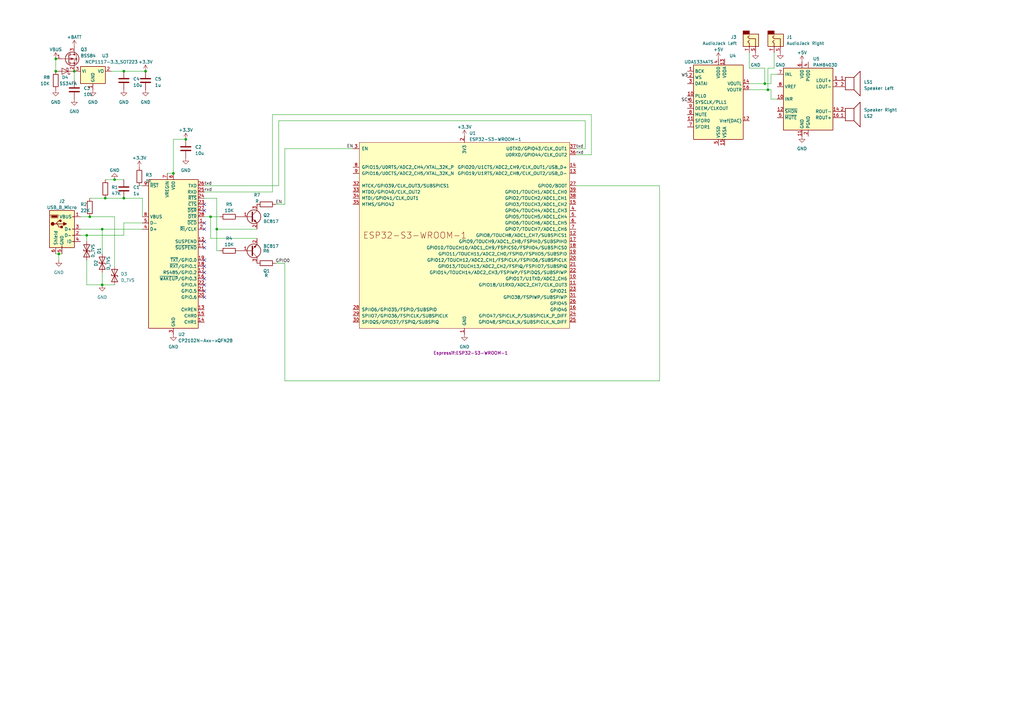
<source format=kicad_sch>
(kicad_sch (version 20230121) (generator eeschema)
  (paper "A3")
  (lib_symbols
    (symbol "Amplifier_Audio:PAM8403D"
      (property "Reference" "U" (at 1.27 16.51 0))
      (property "Value" "PAM8403D" (at 6.096 14.224 0))
      (symbol "PAM8403D_0_1"
        (rectangle (start -10.16 12.7) (end 10.16 -12.7) (stroke (width 0.254)) (fill (type background)))
      )
      (symbol "PAM8403D_1_1"
        (pin output line (at 12.7 7.62 180) (length 2.54) (name "LOUT+") (number "1"))
        (pin input line (at -12.7 0 0) (length 2.54) (name "INR") (number "10"))
        (pin power_in line (at -2.54 -15.24 90) (length 2.54) (name "GND") (number "11"))
        (pin input line (at -12.7 -5.08 0) (length 2.54) (name "~{SHDN}") (number "12"))
        (pin passive line (at 0 15.24 270) (length 2.54) hide (name "PVDD") (number "13"))
        (pin output line (at 12.7 -5.08 180) (length 2.54) (name "ROUT-") (number "14"))
        (pin passive line (at 0 -15.24 90) (length 2.54) hide (name "PGND") (number "15"))
        (pin output line (at 12.7 -7.62 180) (length 2.54) (name "ROUT+") (number "16"))
        (pin power_in line (at 0 -15.24 90) (length 2.54) (name "PGND") (number "2"))
        (pin output line (at 12.7 5.08 180) (length 2.54) (name "LOUT-") (number "3"))
        (pin power_in line (at 0 15.24 270) (length 2.54) (name "PVDD") (number "4"))
        (pin input line (at -12.7 -7.62 0) (length 2.54) (name "~{MUTE}") (number "5"))
        (pin power_in line (at -2.54 15.24 270) (length 2.54) (name "VDD") (number "6"))
        (pin input line (at -12.7 10.16 0) (length 2.54) (name "INL") (number "7"))
        (pin input line (at -12.7 5.08 0) (length 2.54) (name "VREF") (number "8"))
        (pin no_connect line (at 10.16 -10.16 180) (length 2.54) hide (name "NC") (number "9"))
      )
    )
    (symbol "Audio:UDA1334ATS"
      (property "Reference" "U" (at -10.16 16.51 0))
      (property "Value" "UDA1334ATS" (at 3.81 16.51 0))
      (symbol "UDA1334ATS_0_1"
        (rectangle (start -10.16 15.24) (end 10.16 -15.24) (stroke (width 0.254)) (fill (type background)))
      )
      (symbol "UDA1334ATS_1_1"
        (pin input line (at -12.7 12.7 0) (length 2.54) (name "BCK") (number "1"))
        (pin input line (at -12.7 2.54 0) (length 2.54) (name "PLL0") (number "10"))
        (pin input line (at -12.7 -7.62 0) (length 2.54) (name "SFOR0") (number "11"))
        (pin passive line (at 12.7 -7.62 180) (length 2.54) (name "Vref(DAC)") (number "12"))
        (pin power_in line (at 2.54 17.78 270) (length 2.54) (name "VDDA") (number "13"))
        (pin output line (at 12.7 7.62 180) (length 2.54) (name "VOUTL") (number "14"))
        (pin power_in line (at 2.54 -17.78 90) (length 2.54) (name "VSSA") (number "15"))
        (pin output line (at 12.7 5.08 180) (length 2.54) (name "VOUTR") (number "16"))
        (pin input line (at -12.7 10.16 0) (length 2.54) (name "WS") (number "2"))
        (pin input line (at -12.7 7.62 0) (length 2.54) (name "DATAI") (number "3"))
        (pin power_in line (at 0 17.78 270) (length 2.54) (name "VDDD") (number "4"))
        (pin power_in line (at 0 -17.78 90) (length 2.54) (name "VSSD") (number "5"))
        (pin input line (at -12.7 0 0) (length 2.54) (name "SYSCLK/PLL1") (number "6"))
        (pin input line (at -12.7 -10.16 0) (length 2.54) (name "SFOR1") (number "7"))
        (pin input line (at -12.7 -5.08 0) (length 2.54) (name "MUTE") (number "8"))
        (pin bidirectional line (at -12.7 -2.54 0) (length 2.54) (name "DEEM/CLKOUT") (number "9"))
      )
    )
    (symbol "Connector:USB_B_Micro" (pin_names (offset 1.016))
      (property "Reference" "J" (at -5.08 11.43 0))
      (property "Value" "USB_B_Micro" (at -5.08 8.89 0))
      (symbol "USB_B_Micro_0_1"
        (rectangle (start -5.08 -7.62) (end 5.08 7.62) (stroke (width 0.254)) (fill (type background)))
        (circle (center -3.81 2.159) (radius 0.635) (stroke (width 0.254)) (fill (type outline)))
        (circle (center -0.635 3.429) (radius 0.381) (stroke (width 0.254)) (fill (type outline)))
        (rectangle (start -0.127 -7.62) (end 0.127 -6.858))
        (polyline (pts (xy -1.905 2.159) (xy 0.635 2.159)) (stroke (width 0.254)))
        (polyline (pts (xy -3.175 2.159) (xy -2.54 2.159) (xy -1.27 3.429) (xy -0.635 3.429)) (stroke (width 0.254)))
        (polyline (pts (xy -2.54 2.159) (xy -1.905 2.159) (xy -1.27 0.889) (xy 0 0.889)) (stroke (width 0.254)))
        (polyline (pts (xy 0.635 2.794) (xy 0.635 1.524) (xy 1.905 2.159) (xy 0.635 2.794)) (stroke (width 0.254)) (fill (type outline)))
        (polyline (pts (xy -4.318 5.588) (xy -1.778 5.588) (xy -2.032 4.826) (xy -4.064 4.826) (xy -4.318 5.588)) (fill (type outline)))
        (polyline (pts (xy -4.699 5.842) (xy -4.699 5.588) (xy -4.445 4.826) (xy -4.445 4.572) (xy -1.651 4.572) (xy -1.651 4.826) (xy -1.397 5.588) (xy -1.397 5.842) (xy -4.699 5.842)))
        (rectangle (start 0.254 1.27) (end -0.508 0.508) (stroke (width 0.254)) (fill (type outline)))
        (rectangle (start 5.08 -5.207) (end 4.318 -4.953))
        (rectangle (start 5.08 -2.667) (end 4.318 -2.413))
        (rectangle (start 5.08 -0.127) (end 4.318 0.127))
        (rectangle (start 5.08 4.953) (end 4.318 5.207))
      )
      (symbol "USB_B_Micro_1_1"
        (pin power_out line (at 7.62 5.08 180) (length 2.54) (name "VBUS") (number "1"))
        (pin bidirectional line (at 7.62 -2.54 180) (length 2.54) (name "D-") (number "2"))
        (pin bidirectional line (at 7.62 0 180) (length 2.54) (name "D+") (number "3"))
        (pin passive line (at 7.62 -5.08 180) (length 2.54) (name "ID") (number "4"))
        (pin power_out line (at 0 -10.16 90) (length 2.54) (name "GND") (number "5"))
        (pin passive line (at -2.54 -10.16 90) (length 2.54) (name "Shield") (number "6"))
      )
    )
    (symbol "Connector_Audio:AudioJack2"
      (property "Reference" "J" (at 0 8.89 0))
      (property "Value" "AudioJack2" (at 0 6.35 0))
      (symbol "AudioJack2_0_1"
        (rectangle (start -3.81 0) (end -2.54 -2.54) (stroke (width 0.254)) (fill (type outline)))
        (rectangle (start -2.54 3.81) (end 2.54 -2.54) (stroke (width 0.254)) (fill (type background)))
        (polyline (pts (xy 0 0) (xy 0.635 -0.635) (xy 1.27 0) (xy 2.54 0)) (stroke (width 0.254)))
        (polyline (pts (xy 2.54 2.54) (xy -0.635 2.54) (xy -0.635 0) (xy -1.27 -0.635) (xy -1.905 0)) (stroke (width 0.254)))
      )
      (symbol "AudioJack2_1_1"
        (pin passive line (at 5.08 2.54 180) (length 2.54) (name "~") (number "S"))
        (pin passive line (at 5.08 0 180) (length 2.54) (name "~") (number "T"))
      )
    )
    (symbol "Device:C" (pin_numbers hide) (pin_names (offset 0.254))
      (property "Reference" "C" (at 0.635 2.54 0))
      (property "Value" "C" (at 0.635 -2.54 0))
      (symbol "C_0_1"
        (polyline (pts (xy -2.032 -0.762) (xy 2.032 -0.762)) (stroke (width 0.508)))
        (polyline (pts (xy -2.032 0.762) (xy 2.032 0.762)) (stroke (width 0.508)))
      )
      (symbol "C_1_1"
        (pin passive line (at 0 3.81 270) (length 2.794) (name "~") (number "1"))
        (pin passive line (at 0 -3.81 90) (length 2.794) (name "~") (number "2"))
      )
    )
    (symbol "Device:D_TVS" (pin_numbers hide) (pin_names (offset 1.016) hide)
      (property "Reference" "D" (at 0 2.54 0))
      (property "Value" "D_TVS" (at 0 -2.54 0))
      (symbol "D_TVS_0_1"
        (polyline (pts (xy 1.27 0) (xy -1.27 0)))
        (polyline (pts (xy 0.508 1.27) (xy 0 1.27) (xy 0 -1.27) (xy -0.508 -1.27)) (stroke (width 0.254)))
        (polyline (pts (xy -2.54 1.27) (xy -2.54 -1.27) (xy 2.54 1.27) (xy 2.54 -1.27) (xy -2.54 1.27)) (stroke (width 0.254)))
      )
      (symbol "D_TVS_1_1"
        (pin passive line (at -3.81 0 0) (length 2.54) (name "A1") (number "1"))
        (pin passive line (at 3.81 0 180) (length 2.54) (name "A2") (number "2"))
      )
    )
    (symbol "Device:R" (pin_numbers hide) (pin_names (offset 0))
      (property "Reference" "R" (at 2.032 0 90))
      (property "Value" "R" (at 0 0 90))
      (symbol "R_0_1"
        (rectangle (start -1.016 -2.54) (end 1.016 2.54) (stroke (width 0.254)))
      )
      (symbol "R_1_1"
        (pin passive line (at 0 3.81 270) (length 1.27) (name "~") (number "1"))
        (pin passive line (at 0 -3.81 90) (length 1.27) (name "~") (number "2"))
      )
    )
    (symbol "Device:Speaker" (pin_names (offset 0) hide)
      (property "Reference" "LS" (at 1.27 5.715 0))
      (property "Value" "Speaker" (at 1.27 3.81 0))
      (symbol "Speaker_0_0"
        (rectangle (start -2.54 1.27) (end 1.016 -3.81) (stroke (width 0.254)))
        (polyline (pts (xy 1.016 1.27) (xy 3.556 3.81) (xy 3.556 -6.35) (xy 1.016 -3.81)) (stroke (width 0.254)))
      )
      (symbol "Speaker_1_1"
        (pin input line (at -5.08 0 0) (length 2.54) (name "1") (number "1"))
        (pin input line (at -5.08 -2.54 0) (length 2.54) (name "2") (number "2"))
      )
    )
    (symbol "Diode:MBR1020VL" (pin_numbers hide) (pin_names hide)
      (property "Reference" "D" (at 0 2.54 0))
      (property "Value" "MBR1020VL" (at 0 -2.54 0))
      (symbol "MBR1020VL_0_1"
        (polyline (pts (xy 1.27 0) (xy -1.27 0)))
        (polyline (pts (xy 1.27 1.27) (xy 1.27 -1.27) (xy -1.27 0) (xy 1.27 1.27)) (stroke (width 0.2032)))
        (polyline (pts (xy -1.905 0.635) (xy -1.905 1.27) (xy -1.27 1.27) (xy -1.27 -1.27) (xy -0.635 -1.27) (xy -0.635 -0.635)) (stroke (width 0.2032)))
      )
      (symbol "MBR1020VL_1_1"
        (pin passive line (at -3.81 0 0) (length 2.54) (name "K") (number "1"))
        (pin passive line (at 3.81 0 180) (length 2.54) (name "A") (number "2"))
      )
    )
    (symbol "Espressif:ESP32-S3-WROOM-1" (pin_names (offset 1.016))
      (property "Reference" "U" (at -43.18 43.18 0))
      (property "Value" "ESP32-S3-WROOM-1" (at -43.18 40.64 0))
      (symbol "ESP32-S3-WROOM-1_0_0"
        (text "ESP32-S3-WROOM-1" (at -20.32 0 0) (effects (font (size 2.54 2.54))))
        (pin power_in line (at 0 -40.64 90) (length 2.54) (name "GND") (number "1"))
        (pin bidirectional line (at 45.72 -17.78 180) (length 2.54) (name "GPIO17/U1TXD/ADC2_CH6") (number "10"))
        (pin bidirectional line (at 45.72 -20.32 180) (length 2.54) (name "GPIO18/U1RXD/ADC2_CH7/CLK_OUT3") (number "11"))
        (pin bidirectional line (at 45.72 0 180) (length 2.54) (name "GPIO8/TOUCH8/ADC1_CH7/SUBSPICS1") (number "12"))
        (pin bidirectional line (at 45.72 25.4 180) (length 2.54) (name "GPIO19/U1RTS/ADC2_CH8/CLK_OUT2/USB_D-") (number "13"))
        (pin bidirectional line (at 45.72 27.94 180) (length 2.54) (name "GPIO20/U1CTS/ADC2_CH9/CLK_OUT1/USB_D+") (number "14"))
        (pin bidirectional line (at 45.72 12.7 180) (length 2.54) (name "GPIO3/TOUCH3/ADC1_CH2") (number "15"))
        (pin bidirectional line (at 45.72 -30.48 180) (length 2.54) (name "GPIO46") (number "16"))
        (pin bidirectional line (at 45.72 -2.54 180) (length 2.54) (name "GPIO9/TOUCH9/ADC1_CH8/FSPIHD/SUBSPIHD") (number "17"))
        (pin bidirectional line (at 45.72 -5.08 180) (length 2.54) (name "GPIO10/TOUCH10/ADC1_CH9/FSPICS0/FSPIIO4/SUBSPICS0") (number "18"))
        (pin bidirectional line (at 45.72 -7.62 180) (length 2.54) (name "GPIO11/TOUCH11/ADC2_CH0/FSPID/FSPIIO5/SUBSPID") (number "19"))
        (pin power_in line (at 0 40.64 270) (length 2.54) (name "3V3") (number "2"))
        (pin bidirectional line (at 45.72 -10.16 180) (length 2.54) (name "GPIO12/TOUCH12/ADC2_CH1/FSPICLK/FSPIIO6/SUBSPICLK") (number "20"))
        (pin bidirectional line (at 45.72 -12.7 180) (length 2.54) (name "GPIO13/TOUCH13/ADC2_CH2/FSPIQ/FSPIIO7/SUBSPIQ") (number "21"))
        (pin bidirectional line (at 45.72 -15.24 180) (length 2.54) (name "GPIO14/TOUCH14/ADC2_CH3/FSPIWP/FSPIDQS/SUBSPIWP") (number "22"))
        (pin bidirectional line (at 45.72 -22.86 180) (length 2.54) (name "GPIO21") (number "23"))
        (pin bidirectional line (at 45.72 -33.02 180) (length 2.54) (name "GPIO47/SPICLK_P/SUBSPICLK_P_DIFF") (number "24"))
        (pin bidirectional line (at 45.72 -35.56 180) (length 2.54) (name "GPIO48/SPICLK_N/SUBSPICLK_N_DIFF") (number "25"))
        (pin bidirectional line (at 45.72 -27.94 180) (length 2.54) (name "GPIO45") (number "26"))
        (pin bidirectional line (at 45.72 20.32 180) (length 2.54) (name "GPIO0/BOOT") (number "27"))
        (pin bidirectional line (at -45.72 -30.48 0) (length 2.54) (name "SPIIO6/GPIO35/FSPID/SUBSPID") (number "28"))
        (pin bidirectional line (at -45.72 -33.02 0) (length 2.54) (name "SPIIO7/GPIO36/FSPICLK/SUBSPICLK") (number "29"))
        (pin input line (at -45.72 35.56 0) (length 2.54) (name "EN") (number "3"))
        (pin bidirectional line (at -45.72 -35.56 0) (length 2.54) (name "SPIDQS/GPIO37/FSPIQ/SUBSPIQ") (number "30"))
        (pin bidirectional line (at 45.72 -25.4 180) (length 2.54) (name "GPIO38/FSPIWP/SUBSPIWP") (number "31"))
        (pin bidirectional line (at -45.72 20.32 0) (length 2.54) (name "MTCK/GPIO39/CLK_OUT3/SUBSPICS1") (number "32"))
        (pin bidirectional line (at -45.72 17.78 0) (length 2.54) (name "MTDO/GPIO40/CLK_OUT2") (number "33"))
        (pin bidirectional line (at -45.72 15.24 0) (length 2.54) (name "MTDI/GPIO41/CLK_OUT1") (number "34"))
        (pin bidirectional line (at -45.72 12.7 0) (length 2.54) (name "MTMS/GPIO42") (number "35"))
        (pin bidirectional line (at 45.72 33.02 180) (length 2.54) (name "U0RXD/GPIO44/CLK_OUT2") (number "36"))
        (pin bidirectional line (at 45.72 35.56 180) (length 2.54) (name "U0TXD/GPIO43/CLK_OUT1") (number "37"))
        (pin bidirectional line (at 45.72 15.24 180) (length 2.54) (name "GPIO2/TOUCH2/ADC1_CH1") (number "38"))
        (pin bidirectional line (at 45.72 17.78 180) (length 2.54) (name "GPIO1/TOUCH1/ADC1_CH0") (number "39"))
        (pin bidirectional line (at 45.72 10.16 180) (length 2.54) (name "GPIO4/TOUCH4/ADC1_CH3") (number "4"))
        (pin passive line (at 0 -40.64 90) (length 2.54) hide (name "GND") (number "40"))
        (pin passive line (at 0 -40.64 90) (length 2.54) hide (name "GND") (number "41"))
        (pin bidirectional line (at 45.72 7.62 180) (length 2.54) (name "GPIO5/TOUCH5/ADC1_CH4") (number "5"))
        (pin bidirectional line (at 45.72 5.08 180) (length 2.54) (name "GPIO6/TOUCH6/ADC1_CH5") (number "6"))
        (pin bidirectional line (at 45.72 2.54 180) (length 2.54) (name "GPIO7/TOUCH7/ADC1_CH6") (number "7"))
        (pin bidirectional line (at -45.72 27.94 0) (length 2.54) (name "GPIO15/U0RTS/ADC2_CH4/XTAL_32K_P") (number "8"))
        (pin bidirectional line (at -45.72 25.4 0) (length 2.54) (name "GPIO16/U0CTS/ADC2_CH5/XTAL_32K_N") (number "9"))
      )
      (symbol "ESP32-S3-WROOM-1_0_1"
        (rectangle (start -43.18 38.1) (end 43.18 -38.1) (fill (type background)))
      )
    )
    (symbol "Interface_USB:CP2102N-Axx-xQFN28"
      (property "Reference" "U" (at -8.89 31.75 0))
      (property "Value" "CP2102N-Axx-xQFN28" (at 12.7 31.75 0))
      (symbol "CP2102N-Axx-xQFN28_0_1"
        (rectangle (start -10.16 30.48) (end 10.16 -30.48) (stroke (width 0.254)) (fill (type background)))
      )
      (symbol "CP2102N-Axx-xQFN28_1_1"
        (pin input line (at 12.7 12.7 180) (length 2.54) (name "~{DCD}") (number "1"))
        (pin no_connect line (at -10.16 -27.94 0) (length 2.54) hide (name "NC") (number "10"))
        (pin output line (at 12.7 2.54 180) (length 2.54) (name "~{SUSPEND}") (number "11"))
        (pin output line (at 12.7 5.08 180) (length 2.54) (name "SUSPEND") (number "12"))
        (pin output line (at 12.7 -22.86 180) (length 2.54) (name "CHREN") (number "13"))
        (pin output line (at 12.7 -27.94 180) (length 2.54) (name "CHR1") (number "14"))
        (pin output line (at 12.7 -25.4 180) (length 2.54) (name "CHR0") (number "15"))
        (pin bidirectional line (at 12.7 -10.16 180) (length 2.54) (name "~{WAKEUP}/GPIO.3") (number "16"))
        (pin bidirectional line (at 12.7 -7.62 180) (length 2.54) (name "RS485/GPIO.2") (number "17"))
        (pin bidirectional line (at 12.7 -5.08 180) (length 2.54) (name "~{RXT}/GPIO.1") (number "18"))
        (pin bidirectional line (at 12.7 -2.54 180) (length 2.54) (name "~{TXT}/GPIO.0") (number "19"))
        (pin bidirectional line (at 12.7 10.16 180) (length 2.54) (name "~{RI}/CLK") (number "2"))
        (pin bidirectional line (at 12.7 -17.78 180) (length 2.54) (name "GPIO.6") (number "20"))
        (pin bidirectional line (at 12.7 -15.24 180) (length 2.54) (name "GPIO.5") (number "21"))
        (pin bidirectional line (at 12.7 -12.7 180) (length 2.54) (name "GPIO.4") (number "22"))
        (pin input line (at 12.7 20.32 180) (length 2.54) (name "~{CTS}") (number "23"))
        (pin output line (at 12.7 22.86 180) (length 2.54) (name "~{RTS}") (number "24"))
        (pin input line (at 12.7 25.4 180) (length 2.54) (name "RXD") (number "25"))
        (pin output line (at 12.7 27.94 180) (length 2.54) (name "TXD") (number "26"))
        (pin input line (at 12.7 17.78 180) (length 2.54) (name "~{DSR}") (number "27"))
        (pin output line (at 12.7 15.24 180) (length 2.54) (name "~{DTR}") (number "28"))
        (pin passive line (at 0 -33.02 90) (length 2.54) hide (name "GND") (number "29"))
        (pin power_in line (at 0 -33.02 90) (length 2.54) (name "GND") (number "3"))
        (pin bidirectional line (at -12.7 10.16 0) (length 2.54) (name "D+") (number "4"))
        (pin bidirectional line (at -12.7 12.7 0) (length 2.54) (name "D-") (number "5"))
        (pin power_in line (at 0 33.02 270) (length 2.54) (name "VDD") (number "6"))
        (pin power_in line (at -2.54 33.02 270) (length 2.54) (name "VREGIN") (number "7"))
        (pin input line (at -12.7 15.24 0) (length 2.54) (name "VBUS") (number "8"))
        (pin input line (at -12.7 27.94 0) (length 2.54) (name "~{RST}") (number "9"))
      )
    )
    (symbol "Regulator_Linear:NCP1117-3.3_SOT223"
      (property "Reference" "U" (at -3.81 3.175 0))
      (property "Value" "NCP1117-3.3_SOT223" (at 0 3.175 0))
      (symbol "NCP1117-3.3_SOT223_0_1"
        (rectangle (start -5.08 -5.08) (end 5.08 1.905) (stroke (width 0.254)) (fill (type background)))
      )
      (symbol "NCP1117-3.3_SOT223_1_1"
        (pin power_in line (at 0 -7.62 90) (length 2.54) (name "GND") (number "1"))
        (pin power_out line (at 7.62 0 180) (length 2.54) (name "VO") (number "2"))
        (pin power_in line (at -7.62 0 0) (length 2.54) (name "VI") (number "3"))
      )
    )
    (symbol "Transistor_BJT:BC817" (pin_names (offset 0) hide)
      (property "Reference" "Q" (at 5.08 1.905 0))
      (property "Value" "BC817" (at 5.08 0 0))
      (symbol "BC817_0_1"
        (polyline (pts (xy 0.635 0.635) (xy 2.54 2.54)))
        (polyline (pts (xy 0.635 -0.635) (xy 2.54 -2.54) (xy 2.54 -2.54)))
        (polyline (pts (xy 0.635 1.905) (xy 0.635 -1.905) (xy 0.635 -1.905)) (stroke (width 0.508)))
        (polyline (pts (xy 1.27 -1.778) (xy 1.778 -1.27) (xy 2.286 -2.286) (xy 1.27 -1.778) (xy 1.27 -1.778)) (fill (type outline)))
        (circle (center 1.27 0) (radius 2.8194) (stroke (width 0.254)))
      )
      (symbol "BC817_1_1"
        (pin input line (at -5.08 0 0) (length 5.715) (name "B") (number "1"))
        (pin passive line (at 2.54 -5.08 90) (length 2.54) (name "E") (number "2"))
        (pin passive line (at 2.54 5.08 270) (length 2.54) (name "C") (number "3"))
      )
    )
    (symbol "Transistor_FET:BSS84" (pin_names hide)
      (property "Reference" "Q" (at 5.08 1.905 0))
      (property "Value" "BSS84" (at 5.08 0 0))
      (symbol "BSS84_0_1"
        (polyline (pts (xy 0.254 0) (xy -2.54 0)))
        (polyline (pts (xy 0.254 1.905) (xy 0.254 -1.905)) (stroke (width 0.254)))
        (polyline (pts (xy 0.762 -1.27) (xy 0.762 -2.286)) (stroke (width 0.254)))
        (polyline (pts (xy 0.762 0.508) (xy 0.762 -0.508)) (stroke (width 0.254)))
        (polyline (pts (xy 0.762 2.286) (xy 0.762 1.27)) (stroke (width 0.254)))
        (polyline (pts (xy 2.54 2.54) (xy 2.54 1.778)))
        (polyline (pts (xy 2.54 -2.54) (xy 2.54 0) (xy 0.762 0)))
        (polyline (pts (xy 0.762 1.778) (xy 3.302 1.778) (xy 3.302 -1.778) (xy 0.762 -1.778)))
        (polyline (pts (xy 2.286 0) (xy 1.27 0.381) (xy 1.27 -0.381) (xy 2.286 0)) (fill (type outline)))
        (polyline (pts (xy 2.794 -0.508) (xy 2.921 -0.381) (xy 3.683 -0.381) (xy 3.81 -0.254)))
        (polyline (pts (xy 3.302 -0.381) (xy 2.921 0.254) (xy 3.683 0.254) (xy 3.302 -0.381)))
        (circle (center 1.651 0) (radius 2.794) (stroke (width 0.254)))
        (circle (center 2.54 -1.778) (radius 0.254) (fill (type outline)))
        (circle (center 2.54 1.778) (radius 0.254) (fill (type outline)))
      )
      (symbol "BSS84_1_1"
        (pin input line (at -5.08 0 0) (length 2.54) (name "G") (number "1"))
        (pin passive line (at 2.54 -5.08 90) (length 2.54) (name "S") (number "2"))
        (pin passive line (at 2.54 5.08 270) (length 2.54) (name "D") (number "3"))
      )
    )
    (symbol "power:+3.3V" (power) (pin_names (offset 0))
      (property "Value" "+3.3V" (at 0 3.556 0))
      (symbol "+3.3V_0_1"
        (polyline (pts (xy -0.762 1.27) (xy 0 2.54)))
        (polyline (pts (xy 0 0) (xy 0 2.54)))
        (polyline (pts (xy 0 2.54) (xy 0.762 1.27)))
      )
      (symbol "+3.3V_1_1"
        (pin power_in line (at 0 0 90) (length 0) hide (name "+3.3V") (number "1"))
      )
    )
    (symbol "power:+5V" (power) (pin_names (offset 0))
      (property "Value" "+5V" (at 0 3.556 0))
      (symbol "+5V_0_1"
        (polyline (pts (xy -0.762 1.27) (xy 0 2.54)))
        (polyline (pts (xy 0 0) (xy 0 2.54)))
        (polyline (pts (xy 0 2.54) (xy 0.762 1.27)))
      )
      (symbol "+5V_1_1"
        (pin power_in line (at 0 0 90) (length 0) hide (name "+5V") (number "1"))
      )
    )
    (symbol "power:+BATT" (power) (pin_names (offset 0))
      (property "Value" "+BATT" (at 0 3.556 0))
      (symbol "+BATT_0_1"
        (polyline (pts (xy -0.762 1.27) (xy 0 2.54)))
        (polyline (pts (xy 0 0) (xy 0 2.54)))
        (polyline (pts (xy 0 2.54) (xy 0.762 1.27)))
      )
      (symbol "+BATT_1_1"
        (pin power_in line (at 0 0 90) (length 0) hide (name "+BATT") (number "1"))
      )
    )
    (symbol "power:GND" (power) (pin_names (offset 0))
      (property "Value" "GND" (at 0 -3.81 0))
      (symbol "GND_0_1"
        (polyline (pts (xy 0 0) (xy 0 -1.27) (xy 1.27 -1.27) (xy 0 -2.54) (xy -1.27 -1.27) (xy 0 -1.27)))
      )
      (symbol "GND_1_1"
        (pin power_in line (at 0 0 270) (length 0) hide (name "GND") (number "1"))
      )
    )
    (symbol "power:VBUS" (power) (pin_names (offset 0))
      (property "Value" "VBUS" (at 0 3.81 0))
      (symbol "VBUS_0_1"
        (polyline (pts (xy -0.762 1.27) (xy 0 2.54)))
        (polyline (pts (xy 0 0) (xy 0 2.54)))
        (polyline (pts (xy 0 2.54) (xy 0.762 1.27)))
      )
      (symbol "VBUS_1_1"
        (pin power_in line (at 0 0 90) (length 0) hide (name "VBUS") (number "1"))
      )
    )
  )
  (junction (at 36.83 88.9))
  (junction (at 41.91 93.98))
  (junction (at 314.96 36.83))
  (junction (at 50.8 81.28))
  (junction (at 76.2 57.15))
  (junction (at 88.9 93.98))
  (junction (at 59.69 29.21))
  (junction (at 43.18 81.28))
  (junction (at 24.13 104.14))
  (junction (at 313.69 34.29))
  (junction (at 71.12 71.12))
  (junction (at 46.99 73.66))
  (junction (at 41.91 116.84))
  (junction (at 50.8 29.21))
  (junction (at 22.86 24.13))
  (junction (at 86.36 88.9))
  (junction (at 35.56 96.52))
  (junction (at 30.48 29.21))
  (junction (at 22.86 29.21))
  (no_connect (at 83.82 99.06))
  (no_connect (at 83.82 119.38))
  (no_connect (at 83.82 111.76))
  (no_connect (at 83.82 116.84))
  (no_connect (at 83.82 93.98))
  (no_connect (at 83.82 121.92))
  (no_connect (at 83.82 106.68))
  (no_connect (at 83.82 101.6))
  (no_connect (at 83.82 83.82))
  (no_connect (at 83.82 86.36))
  (no_connect (at 83.82 91.44))
  (no_connect (at 83.82 114.3))
  (no_connect (at 83.82 109.22))
  (wire (pts (xy 30.48 29.21) (xy 30.48 33.02)))
  (wire (pts (xy 33.02 96.52) (xy 35.56 96.52)))
  (wire (pts (xy 313.69 27.94) (xy 313.69 34.29)))
  (wire (pts (xy 314.96 36.83) (xy 316.23 36.83)))
  (wire (pts (xy 313.69 34.29) (xy 316.23 34.29)))
  (wire (pts (xy 57.15 76.2) (xy 58.42 76.2)))
  (wire (pts (xy 50.8 29.21) (xy 59.69 29.21)))
  (wire (pts (xy 242.57 63.5) (xy 236.22 63.5)))
  (wire (pts (xy 86.36 88.9) (xy 90.17 88.9)))
  (wire (pts (xy 307.34 34.29) (xy 313.69 34.29)))
  (wire (pts (xy 50.8 91.44) (xy 58.42 91.44)))
  (wire (pts (xy 71.12 57.15) (xy 76.2 57.15)))
  (wire (pts (xy 90.17 102.87) (xy 88.9 102.87)))
  (wire (pts (xy 83.82 88.9) (xy 86.36 88.9)))
  (wire (pts (xy 35.56 96.52) (xy 50.8 96.52)))
  (wire (pts (xy 270.51 76.2) (xy 236.22 76.2)))
  (wire (pts (xy 35.56 116.84) (xy 41.91 116.84)))
  (wire (pts (xy 316.23 34.29) (xy 316.23 30.48)))
  (wire (pts (xy 71.12 71.12) (xy 71.12 57.15)))
  (wire (pts (xy 41.91 93.98) (xy 58.42 93.98)))
  (wire (pts (xy 307.34 36.83) (xy 314.96 36.83)))
  (wire (pts (xy 58.42 81.28) (xy 58.42 88.9)))
  (wire (pts (xy 316.23 30.48) (xy 318.77 30.48)))
  (wire (pts (xy 36.83 88.9) (xy 46.99 88.9)))
  (wire (pts (xy 114.3 49.53) (xy 114.3 76.2)))
  (wire (pts (xy 240.03 49.53) (xy 114.3 49.53)))
  (wire (pts (xy 114.3 76.2) (xy 83.82 76.2)))
  (wire (pts (xy 88.9 93.98) (xy 105.41 93.98)))
  (wire (pts (xy 33.02 88.9) (xy 36.83 88.9)))
  (wire (pts (xy 24.13 104.14) (xy 25.4 104.14)))
  (wire (pts (xy 307.34 21.59) (xy 307.34 27.94)))
  (wire (pts (xy 41.91 93.98) (xy 41.91 104.14)))
  (wire (pts (xy 43.18 73.66) (xy 46.99 73.66)))
  (wire (pts (xy 236.22 60.96) (xy 240.03 60.96)))
  (wire (pts (xy 116.84 83.82) (xy 116.84 60.96)))
  (wire (pts (xy 116.84 107.95) (xy 116.84 156.21)))
  (wire (pts (xy 41.91 116.84) (xy 46.99 116.84)))
  (wire (pts (xy 116.84 156.21) (xy 270.51 156.21)))
  (wire (pts (xy 316.23 36.83) (xy 316.23 40.64)))
  (wire (pts (xy 22.86 24.13) (xy 22.86 29.21)))
  (wire (pts (xy 111.76 46.99) (xy 242.57 46.99)))
  (wire (pts (xy 35.56 106.68) (xy 35.56 116.84)))
  (wire (pts (xy 41.91 111.76) (xy 41.91 116.84)))
  (wire (pts (xy 24.13 106.68) (xy 24.13 104.14)))
  (wire (pts (xy 36.83 81.28) (xy 43.18 81.28)))
  (wire (pts (xy 317.5 27.94) (xy 314.96 27.94)))
  (wire (pts (xy 46.99 88.9) (xy 46.99 109.22)))
  (wire (pts (xy 50.8 81.28) (xy 58.42 81.28)))
  (wire (pts (xy 270.51 156.21) (xy 270.51 76.2)))
  (wire (pts (xy 113.03 83.82) (xy 116.84 83.82)))
  (wire (pts (xy 314.96 27.94) (xy 314.96 36.83)))
  (wire (pts (xy 116.84 60.96) (xy 144.78 60.96)))
  (wire (pts (xy 43.18 81.28) (xy 50.8 81.28)))
  (wire (pts (xy 242.57 46.99) (xy 242.57 63.5)))
  (wire (pts (xy 105.41 97.79) (xy 86.36 97.79)))
  (wire (pts (xy 316.23 40.64) (xy 318.77 40.64)))
  (wire (pts (xy 46.99 73.66) (xy 50.8 73.66)))
  (wire (pts (xy 88.9 102.87) (xy 88.9 93.98)))
  (wire (pts (xy 50.8 96.52) (xy 50.8 91.44)))
  (wire (pts (xy 45.72 29.21) (xy 50.8 29.21)))
  (wire (pts (xy 307.34 27.94) (xy 313.69 27.94)))
  (wire (pts (xy 111.76 78.74) (xy 111.76 46.99)))
  (wire (pts (xy 68.58 71.12) (xy 71.12 71.12)))
  (wire (pts (xy 83.82 78.74) (xy 111.76 78.74)))
  (wire (pts (xy 33.02 93.98) (xy 41.91 93.98)))
  (wire (pts (xy 88.9 93.98) (xy 88.9 81.28)))
  (wire (pts (xy 22.86 104.14) (xy 24.13 104.14)))
  (wire (pts (xy 240.03 60.96) (xy 240.03 49.53)))
  (wire (pts (xy 113.03 107.95) (xy 116.84 107.95)))
  (wire (pts (xy 35.56 96.52) (xy 35.56 99.06)))
  (wire (pts (xy 88.9 81.28) (xy 83.82 81.28)))
  (wire (pts (xy 86.36 97.79) (xy 86.36 88.9)))
  (wire (pts (xy 317.5 21.59) (xy 317.5 27.94)))
  (label "txd" (at 236.22 60.96 0))
  (label "WS" (at 279.4 31.75 0))
  (label "txd" (at 83.82 76.2 0))
  (label "GPIO0" (at 113.03 107.95 0))
  (label "EN" (at 142.24 60.96 0))
  (label "EN" (at 113.03 83.82 0))
  (label "SCK" (at 279.4 41.91 0))
  (label "rxd" (at 83.82 78.74 0))
  (label "rxd" (at 236.22 63.5 0))
  (symbol (lib_id "power:+5V") (at 294.64 24.13 0) (unit 1)
    (property "Reference" "#PWR019" (effects hide))
    (property "Value" "+5V" (at 294.64 20.32 0))
  )
  (symbol (lib_id "power:+3.3V") (at 190.5 55.88 0) (unit 1)
    (property "Reference" "#PWR07" (effects hide))
    (property "Value" "+3.3V" (at 190.5 52.07 0))
  )
  (symbol (lib_id "Transistor_BJT:BC817") (at 102.87 102.87 0) (mirror x) (unit 1)
    (property "Reference" "Q1" (at 107.95 111.125 0) (effects (justify left)))
    (property "Value" "BC817" (at 107.95 100.965 0) (effects (justify left)))
    (property "Footprint" "Package_TO_SOT_SMD:SOT-23" (effects hide))
    (property "Datasheet" "https://www.onsemi.com/pub/Collateral/BC818-D.pdf" (effects hide))
  )
  (symbol (lib_id "Device:C") (at 50.8 33.02 0) (unit 1)
    (property "Reference" "C4" (at 54.61 32.385 0) (effects (justify left)))
    (property "Value" "10u" (at 54.61 34.925 0) (effects (justify left)))
  )
  (symbol (lib_id "power:GND") (at 24.13 106.68 0) (unit 1)
    (property "Reference" "#PWR01" (effects hide))
    (property "Value" "GND" (at 24.13 111.76 0))
  )
  (symbol (lib_id "power:GND") (at 328.93 55.88 0) (unit 1)
    (property "Reference" "#PWR018" (effects hide))
    (property "Value" "GND" (at 328.93 60.96 0))
  )
  (symbol (lib_id "Connector:USB_B_Micro") (at 25.4 93.98 0) (unit 1)
    (property "Reference" "J2" (at 25.4 82.55 0))
    (property "Value" "USB_B_Micro" (at 25.4 85.09 0))
    (property "Footprint" "Connector_USB:USB_Micro-B_Molex-105017-0001" (effects hide))
  )
  (symbol (lib_id "Transistor_BJT:BC817") (at 102.87 88.9 0) (unit 1)
    (property "Reference" "Q2" (at 107.95 88.265 0) (effects (justify left)))
    (property "Value" "BC817" (at 107.95 90.805 0) (effects (justify left)))
    (property "Footprint" "Package_TO_SOT_SMD:SOT-23" (effects hide))
    (property "Datasheet" "https://www.onsemi.com/pub/Collateral/BC818-D.pdf" (effects hide))
  )
  (symbol (lib_id "Device:C") (at 76.2 60.96 0) (unit 1)
    (property "Reference" "C2" (at 80.01 60.325 0) (effects (justify left)))
    (property "Value" "10u" (at 80.01 62.865 0) (effects (justify left)))
  )
  (symbol (lib_id "Device:D_TVS") (at 35.56 102.87 270) (unit 1)
    (property "Reference" "D1" (at 40.64 102.87 0))
    (property "Value" "D_TVS" (at 38.1 102.87 0))
    (property "Footprint" "Diode_SMD:D_0603_1608Metric" (effects hide))
  )
  (symbol (lib_id "Device:R") (at 36.83 85.09 0) (unit 1)
    (property "Reference" "R2" (at 33.02 83.82 0) (effects (justify left)))
    (property "Value" "22K" (at 33.02 86.36 0) (effects (justify left)))
  )
  (symbol (lib_id "power:+3.3V") (at 76.2 57.15 0) (unit 1)
    (property "Reference" "#PWR09" (effects hide))
    (property "Value" "+3.3V" (at 76.2 53.34 0))
  )
  (symbol (lib_id "power:+BATT") (at 30.48 19.05 0) (unit 1)
    (property "Reference" "#PWR015" (effects hide))
    (property "Value" "+BATT" (at 30.48 15.24 0))
  )
  (symbol (lib_id "power:GND") (at 46.99 73.66 180) (unit 1)
    (property "Reference" "#PWR04" (effects hide))
    (property "Value" "GND" (at 46.99 69.85 0))
  )
  (symbol (lib_id "power:GND") (at 50.8 36.83 0) (unit 1)
    (property "Reference" "#PWR016" (effects hide))
    (property "Value" "GND" (at 50.8 41.91 0))
  )
  (symbol (lib_id "Device:R") (at 93.98 88.9 90) (unit 1)
    (property "Reference" "R5" (at 93.98 83.82 90))
    (property "Value" "10K" (at 93.98 86.36 90))
  )
  (symbol (lib_id "power:GND") (at 38.1 36.83 0) (unit 1)
    (property "Reference" "#PWR012" (effects hide))
    (property "Value" "GND" (at 38.1 41.91 0))
  )
  (symbol (lib_id "Espressif:ESP32-S3-WROOM-1") (at 190.5 96.52 0) (unit 1)
    (property "Reference" "U1" (at 192.4559 54.61 0) (effects (justify left)))
    (property "Value" "ESP32-S3-WROOM-1" (at 192.4559 57.15 0) (effects (justify left)))
    (property "Footprint" "Espressif:ESP32-S3-WROOM-1" (at 193.04 144.78 0))
    (property "Datasheet" "https://www.espressif.com/sites/default/files/documentation/esp32-s3-wroom-1_wroom-1u_datasheet_en.pdf" (effects hide))
  )
  (symbol (lib_id "power:GND") (at 71.12 137.16 0) (unit 1)
    (property "Reference" "#PWR05" (effects hide))
    (property "Value" "GND" (at 71.12 142.24 0))
  )
  (symbol (lib_id "Diode:MBR1020VL") (at 26.67 29.21 180) (unit 1)
    (property "Reference" "D4" (at 26.67 31.75 0))
    (property "Value" "SS34FA" (at 27.94 34.29 0))
    (property "Footprint" "Diode_SMD:D_SOD-123F" (effects hide))
    (property "Datasheet" "https://www.onsemi.com/pub/Collateral/MBR1020VL-D.PDF" (effects hide))
  )
  (symbol (lib_id "Device:D_TVS") (at 41.91 107.95 270) (unit 1)
    (property "Reference" "D2" (at 39.37 107.95 0))
    (property "Value" "D_TVS" (at 44.45 107.95 0))
    (property "Footprint" "Diode_SMD:D_0603_1608Metric" (effects hide))
  )
  (symbol (lib_id "Device:R") (at 93.98 102.87 90) (unit 1)
    (property "Reference" "R4" (at 93.98 97.79 90))
    (property "Value" "10K" (at 93.98 100.33 90))
  )
  (symbol (lib_id "Device:D_TVS") (at 46.99 113.03 270) (unit 1)
    (property "Reference" "D3" (at 49.53 112.395 90) (effects (justify left)))
    (property "Value" "D_TVS" (at 49.53 114.935 90) (effects (justify left)))
    (property "Footprint" "Diode_SMD:D_0603_1608Metric" (effects hide))
  )
  (symbol (lib_id "Amplifier_Audio:PAM8403D") (at 331.47 40.64 0) (unit 1)
    (property "Reference" "U5" (at 333.4259 24.13 0) (effects (justify left)))
    (property "Value" "PAM8403D" (at 333.4259 26.67 0) (effects (justify left)))
    (property "Footprint" "Package_SO:SOP-16_3.9x9.9mm_P1.27mm" (effects hide))
    (property "Datasheet" "https://www.diodes.com/assets/Datasheets/PAM8403.pdf" (effects hide))
  )
  (symbol (lib_id "power:GND") (at 320.04 21.59 0) (unit 1)
    (property "Reference" "#PWR021" (effects hide))
    (property "Value" "GND" (at 320.04 26.67 0))
  )
  (symbol (lib_id "power:GND") (at 59.69 36.83 0) (unit 1)
    (property "Reference" "#PWR017" (effects hide))
    (property "Value" "GND" (at 59.69 41.91 0))
  )
  (symbol (lib_id "Device:R") (at 57.15 72.39 0) (unit 1)
    (property "Reference" "R3" (at 59.69 71.755 0) (effects (justify left)))
    (property "Value" "1K" (at 59.69 74.295 0) (effects (justify left)))
  )
  (symbol (lib_id "Transistor_FET:BSS84") (at 27.94 24.13 0) (unit 1)
    (property "Reference" "Q3" (at 33.02 20.32 0) (effects (justify left)))
    (property "Value" "BSS84" (at 33.02 22.86 0) (effects (justify left)))
    (property "Footprint" "Package_TO_SOT_SMD:SOT-23" (effects hide))
    (property "Datasheet" "http://assets.nexperia.com/documents/data-sheet/BSS84.pdf" (effects hide))
  )
  (symbol (lib_id "power:+3.3V") (at 59.69 29.21 0) (unit 1)
    (property "Reference" "#PWR014" (effects hide))
    (property "Value" "+3.3V" (at 59.69 25.4 0))
  )
  (symbol (lib_id "power:VBUS") (at 22.86 24.13 0) (unit 1)
    (property "Reference" "#PWR010" (effects hide))
    (property "Value" "VBUS" (at 22.86 20.32 0))
  )
  (symbol (lib_id "Device:R") (at 22.86 33.02 0) (unit 1)
    (property "Reference" "R8" (at 17.78 31.75 0) (effects (justify left)))
    (property "Value" "10K" (at 16.51 34.29 0) (effects (justify left)))
  )
  (symbol (lib_id "power:GND") (at 76.2 64.77 0) (unit 1)
    (property "Reference" "#PWR08" (effects hide))
    (property "Value" "GND" (at 76.2 69.85 0))
  )
  (symbol (lib_id "Device:Speaker") (at 349.25 33.02 0) (unit 1)
    (property "Reference" "LS1" (at 354.33 33.655 0) (effects (justify left)))
    (property "Value" "Speaker Left" (at 354.33 36.195 0) (effects (justify left)))
  )
  (symbol (lib_id "power:GND") (at 190.5 137.16 0) (unit 1)
    (property "Reference" "#PWR06" (effects hide))
    (property "Value" "GND" (at 190.5 142.24 0))
  )
  (symbol (lib_id "Device:C") (at 59.69 33.02 0) (unit 1)
    (property "Reference" "C5" (at 63.5 32.385 0) (effects (justify left)))
    (property "Value" "1u" (at 63.5 34.925 0) (effects (justify left)))
  )
  (symbol (lib_id "Device:C") (at 50.8 77.47 0) (unit 1)
    (property "Reference" "C1" (at 54.61 76.835 0) (effects (justify left)))
    (property "Value" "1u" (at 54.61 79.375 0) (effects (justify left)))
  )
  (symbol (lib_id "Device:C") (at 30.48 36.83 0) (unit 1)
    (property "Reference" "C3" (at 34.29 36.195 0) (effects (justify left)))
    (property "Value" "10u" (at 34.29 38.735 0) (effects (justify left)))
  )
  (symbol (lib_id "power:GND") (at 22.86 36.83 0) (unit 1)
    (property "Reference" "#PWR011" (effects hide))
    (property "Value" "GND" (at 22.86 41.91 0))
  )
  (symbol (lib_id "Device:Speaker") (at 349.25 48.26 0) (mirror x) (unit 1)
    (property "Reference" "LS2" (at 354.33 47.625 0) (effects (justify left)))
    (property "Value" "Speaker Right" (at 354.33 45.085 0) (effects (justify left)))
  )
  (symbol (lib_id "Audio:UDA1334ATS") (at 294.64 41.91 0) (unit 1)
    (property "Reference" "U4" (at 299.1359 22.86 0) (effects (justify left)))
    (property "Value" "UDA1334ATS" (at 280.67 25.4 0) (effects (justify left)))
    (property "Footprint" "Package_SO:SSOP-16_4.4x5.2mm_P0.65mm" (effects hide))
    (property "Datasheet" "http://www.nxp.com/docs/en/data-sheet/UDA1334ATS.pdf" (effects hide))
  )
  (symbol (lib_id "power:GND") (at 41.91 116.84 0) (unit 1)
    (property "Reference" "#PWR03" (effects hide))
    (property "Value" "GND" (at 41.91 121.92 0))
  )
  (symbol (lib_id "Device:R") (at 109.22 83.82 90) (unit 1)
    (property "Reference" "R7" (at 105.41 80.01 90))
    (property "Value" "R" (at 105.41 82.55 90))
  )
  (symbol (lib_id "power:GND") (at 309.88 21.59 0) (unit 1)
    (property "Reference" "#PWR022" (effects hide))
    (property "Value" "GND" (at 309.88 26.67 0))
  )
  (symbol (lib_id "Interface_USB:CP2102N-Axx-xQFN28") (at 71.12 104.14 0) (unit 1)
    (property "Reference" "U2" (at 73.0759 137.16 0) (effects (justify left)))
    (property "Value" "CP2102N-Axx-xQFN28" (at 73.0759 139.7 0) (effects (justify left)))
    (property "Footprint" "Package_DFN_QFN:QFN-28-1EP_5x5mm_P0.5mm_EP3.35x3.35mm" (effects hide))
    (property "Datasheet" "https://www.silabs.com/documents/public/data-sheets/cp2102n-datasheet.pdf" (effects hide))
  )
  (symbol (lib_id "Regulator_Linear:NCP1117-3.3_SOT223") (at 38.1 29.21 0) (unit 1)
    (property "Reference" "U3" (at 43.18 22.86 0))
    (property "Value" "NCP1117-3.3_SOT223" (at 45.72 25.4 0))
    (property "Footprint" "Package_TO_SOT_SMD:SOT-223-3_TabPin2" (effects hide))
    (property "Datasheet" "http://www.onsemi.com/pub_link/Collateral/NCP1117-D.PDF" (effects hide))
  )
  (symbol (lib_id "power:+5V") (at 328.93 25.4 0) (unit 1)
    (property "Reference" "#PWR020" (effects hide))
    (property "Value" "+5V" (at 328.93 21.59 0))
  )
  (symbol (lib_id "power:+3.3V") (at 57.15 68.58 0) (unit 1)
    (property "Reference" "#PWR02" (effects hide))
    (property "Value" "+3.3V" (at 57.15 64.77 0))
  )
  (symbol (lib_id "Connector_Audio:AudioJack2") (at 307.34 16.51 270) (unit 1)
    (property "Reference" "J3" (at 299.72 15.24 90) (effects (justify left)))
    (property "Value" "AudioJack Left" (at 302.26 17.78 90) (effects (justify right)))
  )
  (symbol (lib_id "Device:R") (at 109.22 107.95 90) (unit 1)
    (property "Reference" "R6" (at 109.22 102.87 90))
    (property "Value" "R" (at 109.22 113.03 90))
  )
  (symbol (lib_id "power:GND") (at 30.48 40.64 0) (unit 1)
    (property "Reference" "#PWR013" (effects hide))
    (property "Value" "GND" (at 30.48 45.72 0))
  )
  (symbol (lib_id "Device:R") (at 43.18 77.47 180) (unit 1)
    (property "Reference" "R1" (at 45.72 76.835 0) (effects (justify right)))
    (property "Value" "47K" (at 45.72 79.375 0) (effects (justify right)))
  )
  (symbol (lib_id "Connector_Audio:AudioJack2") (at 317.5 16.51 270) (unit 1)
    (property "Reference" "J1" (at 322.58 15.24 90) (effects (justify left)))
    (property "Value" "AudioJack Right" (at 322.58 17.78 90) (effects (justify left)))
    (property "Footprint" "Connector_Audio:Jack_XLR_Neutrik_NC3FAAH1-0_Horizontal" (effects hide))
  )
)
</source>
